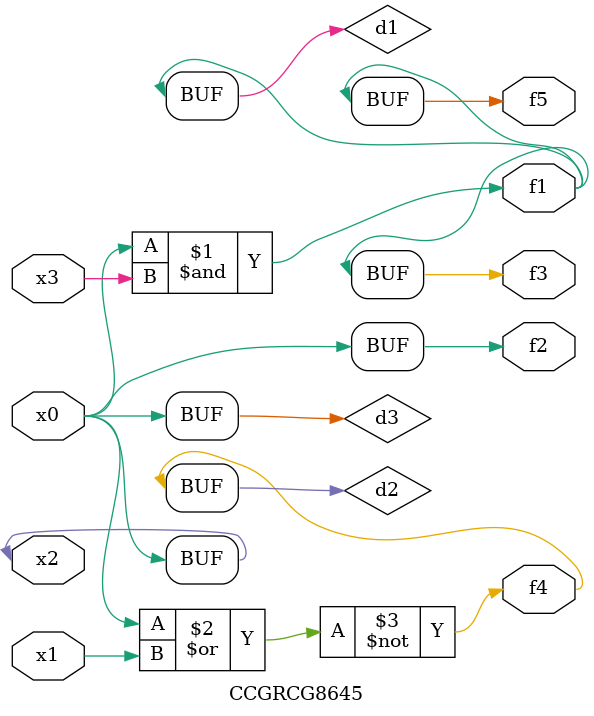
<source format=v>
module CCGRCG8645(
	input x0, x1, x2, x3,
	output f1, f2, f3, f4, f5
);

	wire d1, d2, d3;

	and (d1, x2, x3);
	nor (d2, x0, x1);
	buf (d3, x0, x2);
	assign f1 = d1;
	assign f2 = d3;
	assign f3 = d1;
	assign f4 = d2;
	assign f5 = d1;
endmodule

</source>
